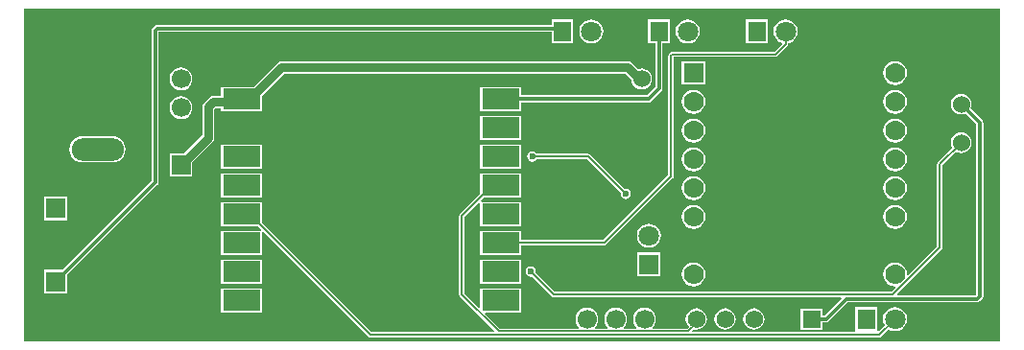
<source format=gbl>
G04*
G04 #@! TF.GenerationSoftware,Altium Limited,Altium Designer,21.7.2 (23)*
G04*
G04 Layer_Physical_Order=2*
G04 Layer_Color=16711680*
%FSLAX25Y25*%
%MOIN*%
G70*
G04*
G04 #@! TF.SameCoordinates,6DFCDF27-08A9-4E5E-AB17-D276871F0FC1*
G04*
G04*
G04 #@! TF.FilePolarity,Positive*
G04*
G01*
G75*
%ADD11C,0.00600*%
%ADD25C,0.07000*%
%ADD32C,0.01200*%
%ADD33C,0.03000*%
%ADD34C,0.07087*%
%ADD35R,0.07087X0.07087*%
%ADD36R,0.07000X0.07000*%
%ADD37R,0.12960X0.07200*%
%ADD38R,0.06200X0.07087*%
%ADD39C,0.06000*%
%ADD40C,0.06200*%
%ADD41R,0.06200X0.06200*%
%ADD42C,0.06693*%
%ADD43R,0.06693X0.06693*%
%ADD44R,0.06693X0.06693*%
%ADD45O,0.18110X0.07874*%
%ADD46O,0.07874X0.18110*%
%ADD47C,0.02362*%
G36*
X360878Y101583D02*
Y42528D01*
Y14121D01*
X22121D01*
Y129989D01*
X360878D01*
Y101583D01*
D02*
G37*
%LPC*%
G36*
X280200Y126143D02*
X272800D01*
Y117857D01*
X280200D01*
Y126143D01*
D02*
G37*
G36*
X212700D02*
X205300D01*
Y124223D01*
X68203D01*
X67735Y124130D01*
X67338Y123865D01*
X66635Y123162D01*
X66370Y122765D01*
X66277Y122297D01*
Y70007D01*
X35413Y39143D01*
X28857D01*
Y30857D01*
X37143D01*
Y37413D01*
X68365Y68635D01*
X68630Y69032D01*
X68723Y69500D01*
Y121776D01*
X205300D01*
Y117857D01*
X212700D01*
Y126143D01*
D02*
G37*
G36*
X252500Y126179D02*
X251418Y126037D01*
X250411Y125619D01*
X249545Y124955D01*
X248881Y124090D01*
X248463Y123082D01*
X248321Y122000D01*
X248463Y120918D01*
X248881Y119911D01*
X249545Y119045D01*
X250411Y118381D01*
X251418Y117963D01*
X252500Y117821D01*
X253582Y117963D01*
X254590Y118381D01*
X255455Y119045D01*
X256119Y119911D01*
X256537Y120918D01*
X256679Y122000D01*
X256537Y123082D01*
X256119Y124090D01*
X255455Y124955D01*
X254590Y125619D01*
X253582Y126037D01*
X252500Y126179D01*
D02*
G37*
G36*
X219000D02*
X217918Y126037D01*
X216911Y125619D01*
X216045Y124955D01*
X215381Y124090D01*
X214963Y123082D01*
X214821Y122000D01*
X214963Y120918D01*
X215381Y119911D01*
X216045Y119045D01*
X216911Y118381D01*
X217918Y117963D01*
X219000Y117821D01*
X220082Y117963D01*
X221090Y118381D01*
X221955Y119045D01*
X222619Y119911D01*
X223037Y120918D01*
X223179Y122000D01*
X223037Y123082D01*
X222619Y124090D01*
X221955Y124955D01*
X221090Y125619D01*
X220082Y126037D01*
X219000Y126179D01*
D02*
G37*
G36*
X258600Y111600D02*
X250400D01*
Y103400D01*
X258600D01*
Y111600D01*
D02*
G37*
G36*
X324500Y111635D02*
X323430Y111495D01*
X322432Y111081D01*
X321576Y110424D01*
X320919Y109568D01*
X320505Y108570D01*
X320365Y107500D01*
X320505Y106430D01*
X320919Y105432D01*
X321576Y104576D01*
X322432Y103919D01*
X323430Y103506D01*
X324500Y103365D01*
X325570Y103506D01*
X326568Y103919D01*
X327424Y104576D01*
X328081Y105432D01*
X328495Y106430D01*
X328635Y107500D01*
X328495Y108570D01*
X328081Y109568D01*
X327424Y110424D01*
X326568Y111081D01*
X325570Y111495D01*
X324500Y111635D01*
D02*
G37*
G36*
X231688Y111641D02*
X111380D01*
X110561Y111478D01*
X109866Y111014D01*
X101552Y102700D01*
X90420D01*
Y99641D01*
X87757D01*
X86938Y99478D01*
X86243Y99014D01*
X84486Y97257D01*
X84022Y96562D01*
X83859Y95743D01*
Y85887D01*
X77418Y79447D01*
X72553D01*
Y71553D01*
X80446D01*
Y76418D01*
X87514Y83486D01*
X87978Y84181D01*
X88141Y85000D01*
Y94856D01*
X88644Y95359D01*
X90420D01*
Y94300D01*
X104580D01*
Y99672D01*
X112267Y107359D01*
X230801D01*
X232901Y105260D01*
X232993Y104560D01*
X233355Y103684D01*
X233932Y102932D01*
X234684Y102355D01*
X235560Y101993D01*
X236500Y101869D01*
X237440Y101993D01*
X238316Y102355D01*
X239068Y102932D01*
X239645Y103684D01*
X240007Y104560D01*
X240131Y105500D01*
X240007Y106440D01*
X239645Y107316D01*
X239068Y108068D01*
X238316Y108645D01*
X237440Y109007D01*
X236500Y109131D01*
X235560Y109007D01*
X235312Y108904D01*
X233202Y111014D01*
X232508Y111478D01*
X231688Y111641D01*
D02*
G37*
G36*
X76500Y109481D02*
X75470Y109345D01*
X74510Y108947D01*
X73685Y108315D01*
X73053Y107490D01*
X72655Y106530D01*
X72519Y105500D01*
X72655Y104470D01*
X73053Y103510D01*
X73685Y102685D01*
X74510Y102053D01*
X75470Y101655D01*
X76500Y101520D01*
X77530Y101655D01*
X78490Y102053D01*
X79315Y102685D01*
X79947Y103510D01*
X80345Y104470D01*
X80480Y105500D01*
X80345Y106530D01*
X79947Y107490D01*
X79315Y108315D01*
X78490Y108947D01*
X77530Y109345D01*
X76500Y109481D01*
D02*
G37*
G36*
X246200Y126143D02*
X238800D01*
Y117857D01*
X241277D01*
Y102578D01*
X238422Y99724D01*
X194580D01*
Y102700D01*
X180420D01*
Y94300D01*
X194580D01*
Y97277D01*
X238929D01*
X239397Y97370D01*
X239794Y97635D01*
X243365Y101206D01*
X243630Y101603D01*
X243724Y102071D01*
Y117857D01*
X246200D01*
Y126143D01*
D02*
G37*
G36*
X324500Y101635D02*
X323430Y101495D01*
X322432Y101081D01*
X321576Y100424D01*
X320919Y99568D01*
X320505Y98570D01*
X320365Y97500D01*
X320505Y96430D01*
X320919Y95432D01*
X321576Y94576D01*
X322432Y93919D01*
X323430Y93506D01*
X324500Y93365D01*
X325570Y93506D01*
X326568Y93919D01*
X327424Y94576D01*
X328081Y95432D01*
X328495Y96430D01*
X328635Y97500D01*
X328495Y98570D01*
X328081Y99568D01*
X327424Y100424D01*
X326568Y101081D01*
X325570Y101495D01*
X324500Y101635D01*
D02*
G37*
G36*
X254500D02*
X253430Y101495D01*
X252432Y101081D01*
X251576Y100424D01*
X250919Y99568D01*
X250505Y98570D01*
X250365Y97500D01*
X250505Y96430D01*
X250919Y95432D01*
X251576Y94576D01*
X252432Y93919D01*
X253430Y93506D01*
X254500Y93365D01*
X255570Y93506D01*
X256568Y93919D01*
X257424Y94576D01*
X258081Y95432D01*
X258494Y96430D01*
X258635Y97500D01*
X258494Y98570D01*
X258081Y99568D01*
X257424Y100424D01*
X256568Y101081D01*
X255570Y101495D01*
X254500Y101635D01*
D02*
G37*
G36*
X76500Y99480D02*
X75470Y99345D01*
X74510Y98947D01*
X73685Y98315D01*
X73053Y97490D01*
X72655Y96530D01*
X72519Y95500D01*
X72655Y94470D01*
X73053Y93510D01*
X73685Y92685D01*
X74510Y92053D01*
X75470Y91655D01*
X76500Y91519D01*
X77530Y91655D01*
X78490Y92053D01*
X79315Y92685D01*
X79947Y93510D01*
X80345Y94470D01*
X80480Y95500D01*
X80345Y96530D01*
X79947Y97490D01*
X79315Y98315D01*
X78490Y98947D01*
X77530Y99345D01*
X76500Y99480D01*
D02*
G37*
G36*
X194580Y92700D02*
X180420D01*
Y84300D01*
X194580D01*
Y92700D01*
D02*
G37*
G36*
X324500Y91635D02*
X323430Y91495D01*
X322432Y91081D01*
X321576Y90424D01*
X320919Y89568D01*
X320505Y88570D01*
X320365Y87500D01*
X320505Y86430D01*
X320919Y85432D01*
X321576Y84576D01*
X322432Y83919D01*
X323430Y83505D01*
X324500Y83365D01*
X325570Y83505D01*
X326568Y83919D01*
X327424Y84576D01*
X328081Y85432D01*
X328495Y86430D01*
X328635Y87500D01*
X328495Y88570D01*
X328081Y89568D01*
X327424Y90424D01*
X326568Y91081D01*
X325570Y91495D01*
X324500Y91635D01*
D02*
G37*
G36*
X254500D02*
X253430Y91495D01*
X252432Y91081D01*
X251576Y90424D01*
X250919Y89568D01*
X250505Y88570D01*
X250365Y87500D01*
X250505Y86430D01*
X250919Y85432D01*
X251576Y84576D01*
X252432Y83919D01*
X253430Y83505D01*
X254500Y83365D01*
X255570Y83505D01*
X256568Y83919D01*
X257424Y84576D01*
X258081Y85432D01*
X258494Y86430D01*
X258635Y87500D01*
X258494Y88570D01*
X258081Y89568D01*
X257424Y90424D01*
X256568Y91081D01*
X255570Y91495D01*
X254500Y91635D01*
D02*
G37*
G36*
X347500Y100324D02*
X346560Y100200D01*
X345685Y99838D01*
X344933Y99261D01*
X344355Y98509D01*
X343993Y97633D01*
X343869Y96693D01*
X343993Y95753D01*
X344355Y94877D01*
X344933Y94125D01*
X345685Y93548D01*
X346560Y93186D01*
X347500Y93062D01*
X348440Y93186D01*
X349032Y93431D01*
X352777Y89686D01*
Y30507D01*
X352493Y30224D01*
X325397D01*
X325206Y30685D01*
X340649Y46129D01*
X340848Y46426D01*
X340918Y46777D01*
Y75427D01*
X345667Y80176D01*
X345685Y80162D01*
X346560Y79800D01*
X347500Y79676D01*
X348440Y79800D01*
X349316Y80162D01*
X350067Y80739D01*
X350645Y81492D01*
X351007Y82367D01*
X351131Y83307D01*
X351007Y84247D01*
X350645Y85123D01*
X350067Y85874D01*
X349316Y86452D01*
X348440Y86814D01*
X347500Y86938D01*
X346560Y86814D01*
X345685Y86452D01*
X344933Y85874D01*
X344355Y85123D01*
X343993Y84247D01*
X343869Y83307D01*
X343993Y82367D01*
X344355Y81492D01*
X344369Y81474D01*
X339351Y76456D01*
X339152Y76158D01*
X339082Y75807D01*
Y47158D01*
X329066Y37141D01*
X328617Y37362D01*
X328635Y37500D01*
X328495Y38570D01*
X328081Y39568D01*
X327424Y40424D01*
X326568Y41081D01*
X325570Y41495D01*
X324500Y41635D01*
X323430Y41495D01*
X322432Y41081D01*
X321576Y40424D01*
X320919Y39568D01*
X320505Y38570D01*
X320365Y37500D01*
X320505Y36430D01*
X320919Y35432D01*
X321576Y34576D01*
X322432Y33919D01*
X323430Y33505D01*
X324500Y33365D01*
X324638Y33383D01*
X324859Y32934D01*
X323342Y31418D01*
X206380D01*
X199730Y38068D01*
X199816Y38500D01*
X199678Y39195D01*
X199284Y39784D01*
X198695Y40178D01*
X198000Y40316D01*
X197305Y40178D01*
X196716Y39784D01*
X196322Y39195D01*
X196184Y38500D01*
X196322Y37805D01*
X196716Y37216D01*
X197305Y36822D01*
X198000Y36684D01*
X198432Y36770D01*
X205351Y29851D01*
X205649Y29652D01*
X206000Y29582D01*
X305699D01*
X305890Y29120D01*
X299993Y23223D01*
X299200D01*
Y25700D01*
X291800D01*
Y18300D01*
X299200D01*
Y20776D01*
X300500D01*
X300968Y20870D01*
X301365Y21135D01*
X308007Y27777D01*
X353000D01*
X353468Y27870D01*
X353865Y28135D01*
X354865Y29135D01*
X355130Y29532D01*
X355223Y30000D01*
Y90193D01*
X355130Y90661D01*
X354865Y91058D01*
X350762Y95161D01*
X351007Y95753D01*
X351131Y96693D01*
X351007Y97633D01*
X350645Y98509D01*
X350067Y99261D01*
X349316Y99838D01*
X348440Y100200D01*
X347500Y100324D01*
D02*
G37*
G36*
X52618Y85576D02*
X42382D01*
X41197Y85420D01*
X40094Y84963D01*
X39146Y84236D01*
X38419Y83288D01*
X37962Y82184D01*
X37806Y81000D01*
X37962Y79816D01*
X38419Y78712D01*
X39146Y77764D01*
X40094Y77037D01*
X41197Y76580D01*
X42382Y76424D01*
X52618D01*
X53803Y76580D01*
X54906Y77037D01*
X55854Y77764D01*
X56581Y78712D01*
X57038Y79816D01*
X57194Y81000D01*
X57038Y82184D01*
X56581Y83288D01*
X55854Y84236D01*
X54906Y84963D01*
X53803Y85420D01*
X52618Y85576D01*
D02*
G37*
G36*
X194580Y82700D02*
X180420D01*
Y74300D01*
X194580D01*
Y82700D01*
D02*
G37*
G36*
X104580D02*
X90420D01*
Y74300D01*
X104580D01*
Y82700D01*
D02*
G37*
G36*
X324500Y81635D02*
X323430Y81494D01*
X322432Y81081D01*
X321576Y80424D01*
X320919Y79568D01*
X320505Y78570D01*
X320365Y77500D01*
X320505Y76430D01*
X320919Y75432D01*
X321576Y74576D01*
X322432Y73919D01*
X323430Y73506D01*
X324500Y73365D01*
X325570Y73506D01*
X326568Y73919D01*
X327424Y74576D01*
X328081Y75432D01*
X328495Y76430D01*
X328635Y77500D01*
X328495Y78570D01*
X328081Y79568D01*
X327424Y80424D01*
X326568Y81081D01*
X325570Y81494D01*
X324500Y81635D01*
D02*
G37*
G36*
X254500D02*
X253430Y81494D01*
X252432Y81081D01*
X251576Y80424D01*
X250919Y79568D01*
X250505Y78570D01*
X250365Y77500D01*
X250505Y76430D01*
X250919Y75432D01*
X251576Y74576D01*
X252432Y73919D01*
X253430Y73506D01*
X254500Y73365D01*
X255570Y73506D01*
X256568Y73919D01*
X257424Y74576D01*
X258081Y75432D01*
X258494Y76430D01*
X258635Y77500D01*
X258494Y78570D01*
X258081Y79568D01*
X257424Y80424D01*
X256568Y81081D01*
X255570Y81494D01*
X254500Y81635D01*
D02*
G37*
G36*
X104580Y72700D02*
X90420D01*
Y64300D01*
X104580D01*
Y72700D01*
D02*
G37*
G36*
X198500Y80316D02*
X197805Y80178D01*
X197216Y79784D01*
X196822Y79195D01*
X196684Y78500D01*
X196822Y77805D01*
X197216Y77216D01*
X197805Y76822D01*
X198500Y76684D01*
X199195Y76822D01*
X199784Y77216D01*
X200029Y77582D01*
X217620D01*
X229270Y65932D01*
X229184Y65500D01*
X229322Y64805D01*
X229716Y64216D01*
X230305Y63822D01*
X231000Y63684D01*
X231695Y63822D01*
X232284Y64216D01*
X232678Y64805D01*
X232816Y65500D01*
X232678Y66195D01*
X232284Y66784D01*
X231695Y67178D01*
X231000Y67316D01*
X230568Y67230D01*
X218649Y79149D01*
X218351Y79348D01*
X218000Y79418D01*
X200029D01*
X199784Y79784D01*
X199195Y80178D01*
X198500Y80316D01*
D02*
G37*
G36*
X324500Y71635D02*
X323430Y71495D01*
X322432Y71081D01*
X321576Y70424D01*
X320919Y69568D01*
X320505Y68570D01*
X320365Y67500D01*
X320505Y66430D01*
X320919Y65432D01*
X321576Y64576D01*
X322432Y63919D01*
X323430Y63506D01*
X324500Y63365D01*
X325570Y63506D01*
X326568Y63919D01*
X327424Y64576D01*
X328081Y65432D01*
X328495Y66430D01*
X328635Y67500D01*
X328495Y68570D01*
X328081Y69568D01*
X327424Y70424D01*
X326568Y71081D01*
X325570Y71495D01*
X324500Y71635D01*
D02*
G37*
G36*
X254500D02*
X253430Y71495D01*
X252432Y71081D01*
X251576Y70424D01*
X250919Y69568D01*
X250505Y68570D01*
X250365Y67500D01*
X250505Y66430D01*
X250919Y65432D01*
X251576Y64576D01*
X252432Y63919D01*
X253430Y63506D01*
X254500Y63365D01*
X255570Y63506D01*
X256568Y63919D01*
X257424Y64576D01*
X258081Y65432D01*
X258494Y66430D01*
X258635Y67500D01*
X258494Y68570D01*
X258081Y69568D01*
X257424Y70424D01*
X256568Y71081D01*
X255570Y71495D01*
X254500Y71635D01*
D02*
G37*
G36*
X37143Y64643D02*
X28857D01*
Y56357D01*
X37143D01*
Y64643D01*
D02*
G37*
G36*
X324500Y61635D02*
X323430Y61494D01*
X322432Y61081D01*
X321576Y60424D01*
X320919Y59568D01*
X320505Y58570D01*
X320365Y57500D01*
X320505Y56430D01*
X320919Y55432D01*
X321576Y54576D01*
X322432Y53919D01*
X323430Y53505D01*
X324500Y53365D01*
X325570Y53505D01*
X326568Y53919D01*
X327424Y54576D01*
X328081Y55432D01*
X328495Y56430D01*
X328635Y57500D01*
X328495Y58570D01*
X328081Y59568D01*
X327424Y60424D01*
X326568Y61081D01*
X325570Y61494D01*
X324500Y61635D01*
D02*
G37*
G36*
X254500D02*
X253430Y61494D01*
X252432Y61081D01*
X251576Y60424D01*
X250919Y59568D01*
X250505Y58570D01*
X250365Y57500D01*
X250505Y56430D01*
X250919Y55432D01*
X251576Y54576D01*
X252432Y53919D01*
X253430Y53505D01*
X254500Y53365D01*
X255570Y53505D01*
X256568Y53919D01*
X257424Y54576D01*
X258081Y55432D01*
X258494Y56430D01*
X258635Y57500D01*
X258494Y58570D01*
X258081Y59568D01*
X257424Y60424D01*
X256568Y61081D01*
X255570Y61494D01*
X254500Y61635D01*
D02*
G37*
G36*
X286500Y126179D02*
X285418Y126037D01*
X284411Y125619D01*
X283545Y124955D01*
X282881Y124090D01*
X282463Y123082D01*
X282321Y122000D01*
X282463Y120918D01*
X282881Y119911D01*
X283545Y119045D01*
X284411Y118381D01*
X285093Y118098D01*
X285210Y117508D01*
X282620Y114918D01*
X247044D01*
X246693Y114848D01*
X246395Y114649D01*
X246044Y114297D01*
X245845Y114000D01*
X245775Y113648D01*
Y72073D01*
X223120Y49418D01*
X194580D01*
Y52700D01*
X180420D01*
Y44300D01*
X194580D01*
Y47582D01*
X223500D01*
X223851Y47652D01*
X224149Y47851D01*
X247341Y71044D01*
X247540Y71341D01*
X247610Y71693D01*
Y113082D01*
X283000D01*
X283351Y113152D01*
X283649Y113351D01*
X287149Y116851D01*
X287348Y117149D01*
X287418Y117500D01*
Y117942D01*
X287582Y117963D01*
X288590Y118381D01*
X289455Y119045D01*
X290119Y119911D01*
X290537Y120918D01*
X290679Y122000D01*
X290537Y123082D01*
X290119Y124090D01*
X289455Y124955D01*
X288590Y125619D01*
X287582Y126037D01*
X286500Y126179D01*
D02*
G37*
G36*
X239000Y55179D02*
X237918Y55037D01*
X236911Y54619D01*
X236045Y53955D01*
X235381Y53089D01*
X234963Y52082D01*
X234821Y51000D01*
X234963Y49918D01*
X235381Y48910D01*
X236045Y48045D01*
X236911Y47381D01*
X237918Y46963D01*
X239000Y46821D01*
X240082Y46963D01*
X241090Y47381D01*
X241955Y48045D01*
X242619Y48910D01*
X243037Y49918D01*
X243179Y51000D01*
X243037Y52082D01*
X242619Y53089D01*
X241955Y53955D01*
X241090Y54619D01*
X240082Y55037D01*
X239000Y55179D01*
D02*
G37*
G36*
X243143Y45143D02*
X234857D01*
Y36857D01*
X243143D01*
Y45143D01*
D02*
G37*
G36*
X194580Y42700D02*
X180420D01*
Y34300D01*
X194580D01*
Y42700D01*
D02*
G37*
G36*
X104580D02*
X90420D01*
Y34300D01*
X104580D01*
Y42700D01*
D02*
G37*
G36*
X254500Y41635D02*
X253430Y41495D01*
X252432Y41081D01*
X251576Y40424D01*
X250919Y39568D01*
X250505Y38570D01*
X250365Y37500D01*
X250505Y36430D01*
X250919Y35432D01*
X251576Y34576D01*
X252432Y33919D01*
X253430Y33505D01*
X254500Y33365D01*
X255570Y33505D01*
X256568Y33919D01*
X257424Y34576D01*
X258081Y35432D01*
X258494Y36430D01*
X258635Y37500D01*
X258494Y38570D01*
X258081Y39568D01*
X257424Y40424D01*
X256568Y41081D01*
X255570Y41495D01*
X254500Y41635D01*
D02*
G37*
G36*
X104580Y32700D02*
X90420D01*
Y24300D01*
X104580D01*
Y32700D01*
D02*
G37*
G36*
X275500Y25732D02*
X274534Y25605D01*
X273634Y25232D01*
X272861Y24639D01*
X272268Y23866D01*
X271895Y22966D01*
X271768Y22000D01*
X271895Y21034D01*
X272268Y20134D01*
X272861Y19361D01*
X273634Y18768D01*
X274534Y18395D01*
X275500Y18268D01*
X276466Y18395D01*
X277366Y18768D01*
X278139Y19361D01*
X278732Y20134D01*
X279105Y21034D01*
X279232Y22000D01*
X279105Y22966D01*
X278732Y23866D01*
X278139Y24639D01*
X277366Y25232D01*
X276466Y25605D01*
X275500Y25732D01*
D02*
G37*
G36*
X265500D02*
X264534Y25605D01*
X263634Y25232D01*
X262861Y24639D01*
X262268Y23866D01*
X261895Y22966D01*
X261768Y22000D01*
X261895Y21034D01*
X262268Y20134D01*
X262861Y19361D01*
X263634Y18768D01*
X264534Y18395D01*
X265500Y18268D01*
X266466Y18395D01*
X267366Y18768D01*
X268139Y19361D01*
X268732Y20134D01*
X269105Y21034D01*
X269232Y22000D01*
X269105Y22966D01*
X268732Y23866D01*
X268139Y24639D01*
X267366Y25232D01*
X266466Y25605D01*
X265500Y25732D01*
D02*
G37*
G36*
X194580Y72700D02*
X180420D01*
Y65598D01*
X173351Y58529D01*
X173152Y58231D01*
X173082Y57880D01*
Y30647D01*
X173152Y30296D01*
X173351Y29998D01*
X185416Y17933D01*
X185225Y17471D01*
X142707D01*
X104580Y55598D01*
Y62700D01*
X90420D01*
Y54300D01*
X103282D01*
X104382Y53200D01*
X104175Y52700D01*
X90420D01*
Y44300D01*
X104580D01*
Y52295D01*
X105080Y52502D01*
X141678Y15905D01*
X141975Y15706D01*
X142326Y15636D01*
X319054D01*
X319405Y15706D01*
X319702Y15905D01*
X322279Y18482D01*
X322410Y18381D01*
X323418Y17963D01*
X324500Y17821D01*
X325582Y17963D01*
X326589Y18381D01*
X327455Y19045D01*
X328119Y19910D01*
X328537Y20918D01*
X328679Y22000D01*
X328537Y23082D01*
X328119Y24090D01*
X327455Y24955D01*
X326589Y25619D01*
X325582Y26037D01*
X324500Y26179D01*
X323418Y26037D01*
X322410Y25619D01*
X321545Y24955D01*
X320881Y24090D01*
X320463Y23082D01*
X320321Y22000D01*
X320463Y20918D01*
X320881Y19910D01*
X320982Y19779D01*
X318898Y17696D01*
X318284Y17739D01*
X318200Y17857D01*
X318200Y17971D01*
Y26143D01*
X310800D01*
Y17971D01*
X310800Y17857D01*
X310524Y17471D01*
X254317D01*
X254126Y17933D01*
X254582Y18389D01*
X255500Y18268D01*
X256466Y18395D01*
X257366Y18768D01*
X258139Y19361D01*
X258732Y20134D01*
X259105Y21034D01*
X259232Y22000D01*
X259105Y22966D01*
X258732Y23866D01*
X258139Y24639D01*
X257366Y25232D01*
X256466Y25605D01*
X255500Y25732D01*
X254534Y25605D01*
X253634Y25232D01*
X252861Y24639D01*
X252268Y23866D01*
X251895Y22966D01*
X251768Y22000D01*
X251895Y21034D01*
X252268Y20134D01*
X252861Y19361D01*
X252867Y19270D01*
X252268Y18671D01*
X240422D01*
X240262Y19145D01*
X240315Y19185D01*
X240947Y20010D01*
X241345Y20970D01*
X241480Y22000D01*
X241345Y23030D01*
X240947Y23990D01*
X240315Y24815D01*
X239490Y25447D01*
X238530Y25845D01*
X237500Y25980D01*
X236470Y25845D01*
X235510Y25447D01*
X234685Y24815D01*
X234053Y23990D01*
X233655Y23030D01*
X233520Y22000D01*
X233655Y20970D01*
X234053Y20010D01*
X234685Y19185D01*
X234738Y19145D01*
X234578Y18671D01*
X230422D01*
X230262Y19145D01*
X230315Y19185D01*
X230947Y20010D01*
X231345Y20970D01*
X231481Y22000D01*
X231345Y23030D01*
X230947Y23990D01*
X230315Y24815D01*
X229490Y25447D01*
X228530Y25845D01*
X227500Y25980D01*
X226470Y25845D01*
X225510Y25447D01*
X224685Y24815D01*
X224053Y23990D01*
X223655Y23030D01*
X223519Y22000D01*
X223655Y20970D01*
X224053Y20010D01*
X224685Y19185D01*
X224738Y19145D01*
X224578Y18671D01*
X220422D01*
X220262Y19145D01*
X220315Y19185D01*
X220947Y20010D01*
X221345Y20970D01*
X221480Y22000D01*
X221345Y23030D01*
X220947Y23990D01*
X220315Y24815D01*
X219490Y25447D01*
X218530Y25845D01*
X217500Y25980D01*
X216470Y25845D01*
X215510Y25447D01*
X214685Y24815D01*
X214053Y23990D01*
X213655Y23030D01*
X213520Y22000D01*
X213655Y20970D01*
X214053Y20010D01*
X214685Y19185D01*
X214738Y19145D01*
X214578Y18671D01*
X187274D01*
X182107Y23838D01*
X182298Y24300D01*
X194580D01*
Y32700D01*
X180420D01*
Y26178D01*
X179958Y25987D01*
X174918Y31027D01*
Y57500D01*
X179920Y62502D01*
X180420Y62295D01*
Y54300D01*
X194580D01*
Y62700D01*
X180825D01*
X180618Y63200D01*
X181718Y64300D01*
X194580D01*
Y72700D01*
D02*
G37*
%LPD*%
D11*
X206000Y30500D02*
X323723D01*
X198000Y38500D02*
X206000Y30500D01*
X323723D02*
X340000Y46777D01*
X246693Y113648D02*
X247044Y114000D01*
X283000D01*
X246693Y71693D02*
Y113648D01*
X223500Y48500D02*
X246693Y71693D01*
X97500Y58500D02*
X100380D01*
X142326Y16554D01*
X319054D01*
X324500Y22000D01*
X174000Y30647D02*
X186894Y17754D01*
X252648D01*
X174000Y30647D02*
Y57880D01*
X252648Y17754D02*
X255500Y20605D01*
Y22000D01*
X286500Y117500D02*
Y122000D01*
X283000Y114000D02*
X286500Y117500D01*
X187500Y48500D02*
X223500D01*
X181320Y65200D02*
Y65200D01*
X174000Y57880D02*
X181320Y65200D01*
Y65200D02*
X184620Y68500D01*
X187500D01*
X340000Y46777D02*
Y75807D01*
X347500Y83307D01*
X198500Y78500D02*
X218000D01*
X231000Y65500D01*
D25*
X254500Y97500D02*
D03*
Y87500D02*
D03*
Y77500D02*
D03*
Y67500D02*
D03*
Y57500D02*
D03*
Y47500D02*
D03*
Y37500D02*
D03*
X324500Y107500D02*
D03*
Y97500D02*
D03*
Y87500D02*
D03*
Y77500D02*
D03*
Y67500D02*
D03*
Y57500D02*
D03*
Y47500D02*
D03*
Y37500D02*
D03*
D32*
X347500Y96693D02*
X354000Y90193D01*
Y30000D02*
Y90193D01*
X307500Y29000D02*
X353000D01*
X354000Y30000D01*
X300500Y22000D02*
X307500Y29000D01*
X295500Y22000D02*
X300500D01*
X67500Y122297D02*
X68203Y123000D01*
X67500Y69500D02*
Y122297D01*
X208000Y123000D02*
X209000Y122000D01*
X68203Y123000D02*
X208000D01*
X33000Y35000D02*
X67500Y69500D01*
X238929Y98500D02*
X242500Y102071D01*
Y122000D01*
X187500Y98500D02*
X238929D01*
D33*
X111380Y109500D02*
X231688D01*
X235688Y105500D02*
X236500D01*
X231688Y109500D02*
X235688Y105500D01*
X100380Y98500D02*
X111380Y109500D01*
X97500Y98500D02*
X100380D01*
X96500Y97500D02*
X97500Y98500D01*
X86000Y85000D02*
Y95743D01*
X87757Y97500D02*
X96500D01*
X86000Y95743D02*
X87757Y97500D01*
X76500Y75500D02*
X86000Y85000D01*
D34*
X239000Y51000D02*
D03*
X33000Y25000D02*
D03*
Y50500D02*
D03*
X219000Y122000D02*
D03*
X229000D02*
D03*
X252500D02*
D03*
X262500D02*
D03*
X286500D02*
D03*
X296500D02*
D03*
X324500Y22000D02*
D03*
X334500D02*
D03*
D35*
X239000Y41000D02*
D03*
X33000Y35000D02*
D03*
Y60500D02*
D03*
D36*
X254500Y107500D02*
D03*
D37*
X187500Y28500D02*
D03*
Y48500D02*
D03*
Y38500D02*
D03*
Y58500D02*
D03*
Y68500D02*
D03*
X97500Y38500D02*
D03*
Y28500D02*
D03*
Y58500D02*
D03*
Y48500D02*
D03*
Y68500D02*
D03*
X187500Y88500D02*
D03*
Y78500D02*
D03*
Y98500D02*
D03*
X97500D02*
D03*
Y88500D02*
D03*
Y78500D02*
D03*
D38*
X209000Y122000D02*
D03*
X242500D02*
D03*
X276500D02*
D03*
X314500Y22000D02*
D03*
D39*
X347500Y96693D02*
D03*
Y83307D02*
D03*
X236500Y105500D02*
D03*
D40*
X275500Y22000D02*
D03*
X285500D02*
D03*
X265500D02*
D03*
X255500D02*
D03*
D41*
X295500D02*
D03*
D42*
X76500Y85500D02*
D03*
Y95500D02*
D03*
Y105500D02*
D03*
X217500Y22000D02*
D03*
X227500D02*
D03*
X237500D02*
D03*
D43*
X76500Y75500D02*
D03*
D44*
X207500Y22000D02*
D03*
D45*
X47500Y105408D02*
D03*
Y81000D02*
D03*
D46*
X28995Y92810D02*
D03*
D47*
X198000Y38500D02*
D03*
X198500Y78500D02*
D03*
X231000Y65500D02*
D03*
M02*

</source>
